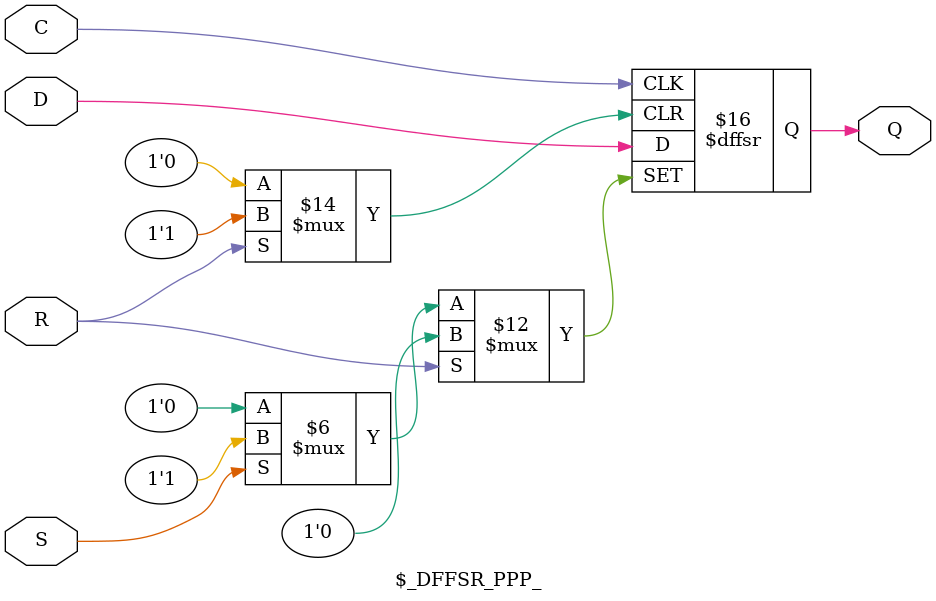
<source format=v>
module \$_DFFSR_PPP_ (C, S, R, D, Q);
input C, S, R, D;
output reg Q;
always @(posedge C, posedge S, posedge R) begin
	if (R == 1)
		Q <= 0;
	else if (S == 1)
		Q <= 1;
	else
		Q <= D;
end
endmodule

</source>
